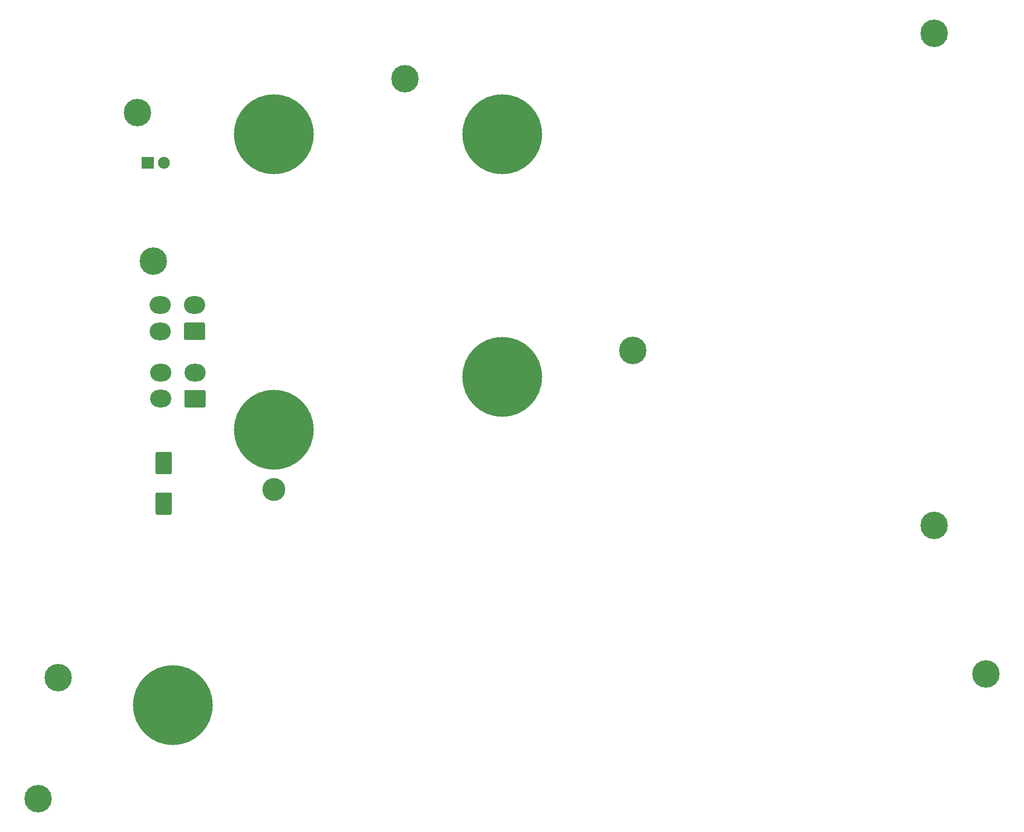
<source format=gbr>
%TF.GenerationSoftware,KiCad,Pcbnew,(5.1.10)-1*%
%TF.CreationDate,2021-11-16T17:36:40+11:00*%
%TF.ProjectId,Select JETT Panel PCB V2,53656c65-6374-4204-9a45-54542050616e,rev?*%
%TF.SameCoordinates,Original*%
%TF.FileFunction,Soldermask,Bot*%
%TF.FilePolarity,Negative*%
%FSLAX46Y46*%
G04 Gerber Fmt 4.6, Leading zero omitted, Abs format (unit mm)*
G04 Created by KiCad (PCBNEW (5.1.10)-1) date 2021-11-16 17:36:40*
%MOMM*%
%LPD*%
G01*
G04 APERTURE LIST*
%ADD10O,3.400000X2.800000*%
%ADD11C,12.800000*%
%ADD12C,3.672000*%
%ADD13C,4.400000*%
%ADD14C,1.900000*%
G04 APERTURE END LIST*
D10*
%TO.C,J2*%
X91000000Y-91600000D03*
X91000000Y-95800000D03*
X96500000Y-91600000D03*
G36*
G01*
X97940740Y-97200000D02*
X95059260Y-97200000D01*
G75*
G02*
X94800000Y-96940740I0J259260D01*
G01*
X94800000Y-94659260D01*
G75*
G02*
X95059260Y-94400000I259260J0D01*
G01*
X97940740Y-94400000D01*
G75*
G02*
X98200000Y-94659260I0J-259260D01*
G01*
X98200000Y-96940740D01*
G75*
G02*
X97940740Y-97200000I-259260J0D01*
G01*
G37*
%TD*%
%TO.C,J1*%
X90950000Y-80800000D03*
X90950000Y-85000000D03*
X96450000Y-80800000D03*
G36*
G01*
X97890740Y-86400000D02*
X95009260Y-86400000D01*
G75*
G02*
X94750000Y-86140740I0J259260D01*
G01*
X94750000Y-83859260D01*
G75*
G02*
X95009260Y-83600000I259260J0D01*
G01*
X97890740Y-83600000D01*
G75*
G02*
X98150000Y-83859260I0J-259260D01*
G01*
X98150000Y-86140740D01*
G75*
G02*
X97890740Y-86400000I-259260J0D01*
G01*
G37*
%TD*%
D11*
%TO.C,18*%
X92976707Y-144906997D03*
%TD*%
%TO.C,17*%
X145681694Y-92329018D03*
%TD*%
%TO.C,16*%
X109105698Y-100774518D03*
X109105698Y-100774518D03*
D12*
X109105698Y-110299518D03*
%TD*%
D11*
%TO.C,16*%
X145681694Y-53467018D03*
%TD*%
%TO.C,15*%
X109105698Y-53467018D03*
%TD*%
D13*
%TO.C,9*%
X223151694Y-139839819D03*
%TD*%
%TO.C,8*%
X71386707Y-159820032D03*
%TD*%
%TO.C,7*%
X89801693Y-73787017D03*
%TD*%
%TO.C,6*%
X214896707Y-116078000D03*
%TD*%
%TO.C,5*%
X74561693Y-140462018D03*
%TD*%
%TO.C,4*%
X166636703Y-88074497D03*
%TD*%
%TO.C,3*%
X214896696Y-37274500D03*
%TD*%
%TO.C,2*%
X130124197Y-44577011D03*
%TD*%
%TO.C,1*%
X87261697Y-49974517D03*
%TD*%
D14*
%TO.C,D82*%
X91500000Y-58000000D03*
G36*
G01*
X88010000Y-58900000D02*
X88010000Y-57100000D01*
G75*
G02*
X88060000Y-57050000I50000J0D01*
G01*
X89860000Y-57050000D01*
G75*
G02*
X89910000Y-57100000I0J-50000D01*
G01*
X89910000Y-58900000D01*
G75*
G02*
X89860000Y-58950000I-50000J0D01*
G01*
X88060000Y-58950000D01*
G75*
G02*
X88010000Y-58900000I0J50000D01*
G01*
G37*
%TD*%
%TO.C,C1*%
G36*
G01*
X92540000Y-107900000D02*
X90460000Y-107900000D01*
G75*
G02*
X90200000Y-107640000I0J260000D01*
G01*
X90200000Y-104560000D01*
G75*
G02*
X90460000Y-104300000I260000J0D01*
G01*
X92540000Y-104300000D01*
G75*
G02*
X92800000Y-104560000I0J-260000D01*
G01*
X92800000Y-107640000D01*
G75*
G02*
X92540000Y-107900000I-260000J0D01*
G01*
G37*
G36*
G01*
X92540000Y-114400000D02*
X90460000Y-114400000D01*
G75*
G02*
X90200000Y-114140000I0J260000D01*
G01*
X90200000Y-111060000D01*
G75*
G02*
X90460000Y-110800000I260000J0D01*
G01*
X92540000Y-110800000D01*
G75*
G02*
X92800000Y-111060000I0J-260000D01*
G01*
X92800000Y-114140000D01*
G75*
G02*
X92540000Y-114400000I-260000J0D01*
G01*
G37*
%TD*%
M02*

</source>
